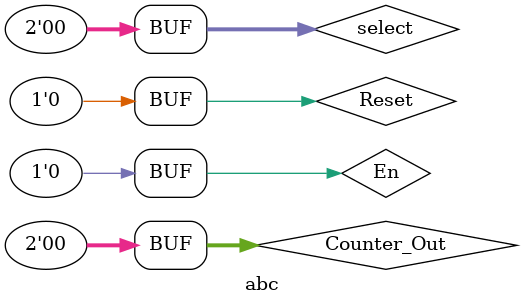
<source format=v>
`timescale 1ns / 1ps


module abc;

	// Inputs
	reg Reset;
	reg En;
	reg [1:0] select;
	reg [1:0] Counter_Out;

	// Outputs
	wire out1;

	// Instantiate the Unit Under Test (UUT)
	TwoBitCounter uut (
		.Reset(Reset), 
		.En(En), 
		.select(select), 
		.Counter_Out(Counter_Out), 
		.out1(out1)
	);

	initial begin
		// Initialize Inputs
		Reset = 0;
		En = 0;
		select = 0;
		Counter_Out = 0;

		// Wait 100 ns for global reset to finish
		#100;
        
		// Add stimulus here

	end
      
endmodule


</source>
